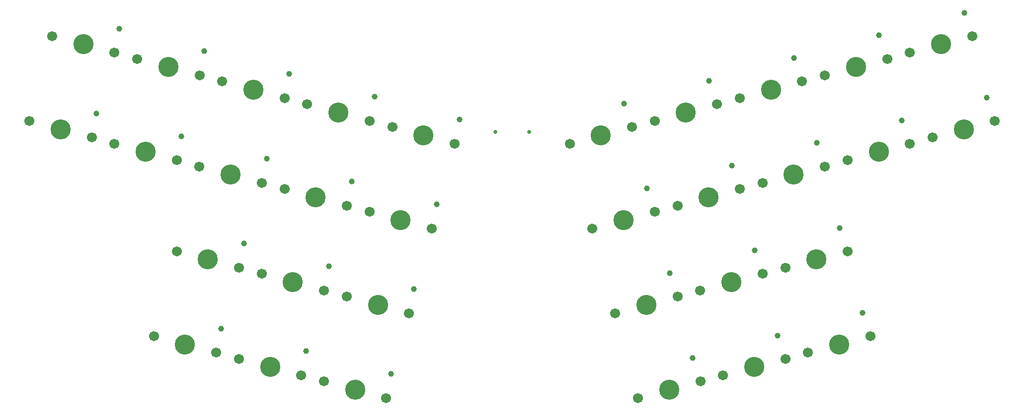
<source format=gbr>
%TF.GenerationSoftware,KiCad,Pcbnew,8.0.0*%
%TF.CreationDate,2024-03-16T16:30:28-05:00*%
%TF.ProjectId,rattlemebones32,72617474-6c65-46d6-9562-6f6e65733332,rev?*%
%TF.SameCoordinates,Original*%
%TF.FileFunction,NonPlated,1,2,NPTH,Drill*%
%TF.FilePolarity,Positive*%
%FSLAX46Y46*%
G04 Gerber Fmt 4.6, Leading zero omitted, Abs format (unit mm)*
G04 Created by KiCad (PCBNEW 8.0.0) date 2024-03-16 16:30:28*
%MOMM*%
%LPD*%
G01*
G04 APERTURE LIST*
%TA.AperFunction,ComponentDrill*%
%ADD10C,0.650000*%
%TD*%
%TA.AperFunction,ComponentDrill*%
%ADD11C,0.990600*%
%TD*%
%TA.AperFunction,ComponentDrill*%
%ADD12C,1.701800*%
%TD*%
%TA.AperFunction,ComponentDrill*%
%ADD13C,3.429000*%
%TD*%
G04 APERTURE END LIST*
D10*
%TO.C,J1*%
X150238393Y-21285378D03*
X156018393Y-21285378D03*
D11*
%TO.C,SW9*%
X82301894Y-18117668D03*
%TO.C,SW1*%
X86184177Y-3628780D03*
%TO.C,SW13*%
X96790776Y-21999948D03*
%TO.C,SW3*%
X100673063Y-7511065D03*
%TO.C,SW27*%
X103515098Y-54860012D03*
%TO.C,SW21*%
X107397379Y-40371127D03*
%TO.C,SW15*%
X111279666Y-25882238D03*
%TO.C,SW5*%
X115161954Y-11393350D03*
%TO.C,SW29*%
X118003983Y-58742298D03*
%TO.C,SW23*%
X121886270Y-44253413D03*
%TO.C,SW17*%
X125768556Y-29764525D03*
%TO.C,SW7*%
X129650840Y-15275636D03*
%TO.C,SW31*%
X132492872Y-62624583D03*
%TO.C,SW25*%
X136375154Y-48135696D03*
%TO.C,SW19*%
X140257443Y-33646809D03*
%TO.C,SW11*%
X144139727Y-19157922D03*
%TO.C,SW12*%
X172201077Y-16455853D03*
%TO.C,SW20*%
X176083359Y-30944738D03*
%TO.C,SW26*%
X179965649Y-45433626D03*
%TO.C,SW32*%
X183847934Y-59922515D03*
%TO.C,SW8*%
X186689967Y-12573563D03*
%TO.C,SW18*%
X190572249Y-27062455D03*
%TO.C,SW24*%
X194454535Y-41551342D03*
%TO.C,SW30*%
X198336822Y-56040224D03*
%TO.C,SW6*%
X201178850Y-8691279D03*
%TO.C,SW16*%
X205061136Y-23180167D03*
%TO.C,SW22*%
X208943424Y-37669056D03*
%TO.C,SW28*%
X212825710Y-52157941D03*
%TO.C,SW4*%
X215667742Y-4808995D03*
%TO.C,SW14*%
X219550023Y-19297882D03*
%TO.C,SW2*%
X230156625Y-926710D03*
%TO.C,SW10*%
X234038911Y-15415593D03*
D12*
%TO.C,SW9*%
X70860129Y-19400016D03*
%TO.C,SW1*%
X74742412Y-4911128D03*
%TO.C,SW9*%
X81485313Y-22247026D03*
%TO.C,SW13*%
X85349011Y-23282296D03*
%TO.C,SW1*%
X85367596Y-7758138D03*
%TO.C,SW3*%
X89231298Y-8793413D03*
%TO.C,SW27*%
X92073333Y-56142360D03*
%TO.C,SW21*%
X95955614Y-41653475D03*
%TO.C,SW13*%
X95974195Y-26129306D03*
%TO.C,SW15*%
X99837901Y-27164586D03*
%TO.C,SW3*%
X99856482Y-11640423D03*
%TO.C,SW27*%
X102698517Y-58989370D03*
%TO.C,SW5*%
X103720189Y-12675698D03*
%TO.C,SW29*%
X106562218Y-60024646D03*
%TO.C,SW21*%
X106580798Y-44500485D03*
%TO.C,SW23*%
X110444505Y-45535761D03*
%TO.C,SW15*%
X110463085Y-30011596D03*
%TO.C,SW17*%
X114326791Y-31046873D03*
%TO.C,SW5*%
X114345373Y-15522708D03*
%TO.C,SW29*%
X117187402Y-62871656D03*
%TO.C,SW7*%
X118209075Y-16557984D03*
%TO.C,SW31*%
X121051107Y-63906931D03*
%TO.C,SW23*%
X121069689Y-48382771D03*
%TO.C,SW25*%
X124933389Y-49418044D03*
%TO.C,SW17*%
X124951975Y-33893883D03*
%TO.C,SW19*%
X128815678Y-34929157D03*
%TO.C,SW7*%
X128834259Y-19404994D03*
%TO.C,SW31*%
X131676291Y-66753941D03*
%TO.C,SW11*%
X132697962Y-20440270D03*
%TO.C,SW25*%
X135558573Y-52265054D03*
%TO.C,SW19*%
X139440862Y-37776167D03*
%TO.C,SW11*%
X143323146Y-23287280D03*
%TO.C,SW12*%
X162933392Y-23287282D03*
%TO.C,SW20*%
X166815674Y-37776167D03*
%TO.C,SW26*%
X170697964Y-52265055D03*
%TO.C,SW12*%
X173558576Y-20440272D03*
%TO.C,SW32*%
X174580249Y-66753944D03*
%TO.C,SW8*%
X177422282Y-19404992D03*
%TO.C,SW20*%
X177440858Y-34929157D03*
%TO.C,SW18*%
X181304564Y-33893884D03*
%TO.C,SW26*%
X181323148Y-49418045D03*
%TO.C,SW24*%
X185186850Y-48382771D03*
%TO.C,SW32*%
X185205433Y-63906934D03*
%TO.C,SW8*%
X188047466Y-16557982D03*
%TO.C,SW30*%
X189069137Y-62871653D03*
%TO.C,SW6*%
X191911165Y-15522708D03*
%TO.C,SW18*%
X191929748Y-31046874D03*
%TO.C,SW16*%
X195793451Y-30011596D03*
%TO.C,SW24*%
X195812034Y-45535761D03*
%TO.C,SW22*%
X199675739Y-44500485D03*
%TO.C,SW30*%
X199694321Y-60024643D03*
%TO.C,SW6*%
X202536349Y-12675698D03*
%TO.C,SW28*%
X203558025Y-58989370D03*
%TO.C,SW4*%
X206400057Y-11640424D03*
%TO.C,SW16*%
X206418635Y-27164586D03*
%TO.C,SW14*%
X210282338Y-26129311D03*
%TO.C,SW22*%
X210300923Y-41653475D03*
%TO.C,SW28*%
X214183209Y-56142360D03*
%TO.C,SW4*%
X217025241Y-8793414D03*
%TO.C,SW2*%
X220888940Y-7758139D03*
%TO.C,SW14*%
X220907522Y-23282301D03*
%TO.C,SW10*%
X224771226Y-22247022D03*
%TO.C,SW2*%
X231514124Y-4911129D03*
%TO.C,SW10*%
X235396410Y-19400012D03*
D13*
%TO.C,SW9*%
X76172721Y-20823521D03*
%TO.C,SW1*%
X80055004Y-6334633D03*
%TO.C,SW13*%
X90661603Y-24705801D03*
%TO.C,SW3*%
X94543890Y-10216918D03*
%TO.C,SW27*%
X97385925Y-57565865D03*
%TO.C,SW21*%
X101268206Y-43076980D03*
%TO.C,SW15*%
X105150493Y-28588091D03*
%TO.C,SW5*%
X109032781Y-14099203D03*
%TO.C,SW29*%
X111874810Y-61448151D03*
%TO.C,SW23*%
X115757097Y-46959266D03*
%TO.C,SW17*%
X119639383Y-32470378D03*
%TO.C,SW7*%
X123521667Y-17981489D03*
%TO.C,SW31*%
X126363699Y-65330436D03*
%TO.C,SW25*%
X130245981Y-50841549D03*
%TO.C,SW19*%
X134128270Y-36352662D03*
%TO.C,SW11*%
X138010554Y-21863775D03*
%TO.C,SW12*%
X168245984Y-21863777D03*
%TO.C,SW20*%
X172128266Y-36352662D03*
%TO.C,SW26*%
X176010556Y-50841550D03*
%TO.C,SW32*%
X179892841Y-65330439D03*
%TO.C,SW8*%
X182734874Y-17981487D03*
%TO.C,SW18*%
X186617156Y-32470379D03*
%TO.C,SW24*%
X190499442Y-46959266D03*
%TO.C,SW30*%
X194381729Y-61448148D03*
%TO.C,SW6*%
X197223757Y-14099203D03*
%TO.C,SW16*%
X201106043Y-28588091D03*
%TO.C,SW22*%
X204988331Y-43076980D03*
%TO.C,SW28*%
X208870617Y-57565865D03*
%TO.C,SW4*%
X211712649Y-10216919D03*
%TO.C,SW14*%
X215594930Y-24705806D03*
%TO.C,SW2*%
X226201532Y-6334634D03*
%TO.C,SW10*%
X230083818Y-20823517D03*
M02*

</source>
